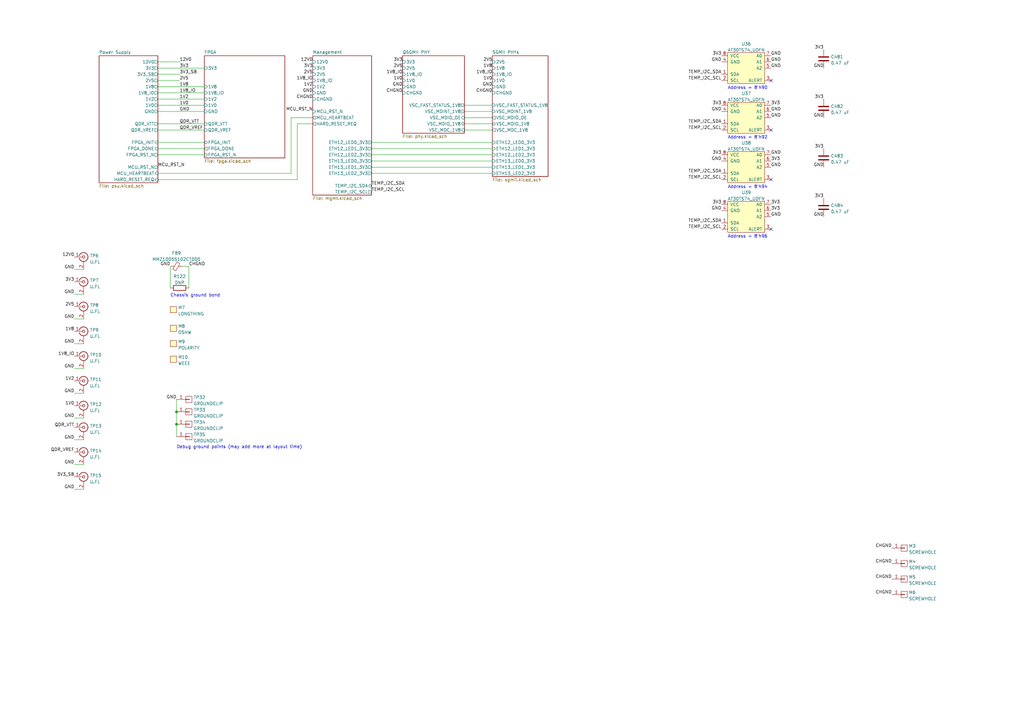
<source format=kicad_sch>
(kicad_sch (version 20211123) (generator eeschema)
  (paper "A3")
  (title_block (title "LATENTPINK - Top Level") (date "2023-06-01") (rev "0.1") (company "Antikernel Labs") (comment 1 "Andrew D. Zonenberg"))
  (lib_symbols
    (symbol "conn:CONN_01X01" (pin_names (offset 1.016) hide)
      (property "Reference" "J" (at 0 2.54 0))
      (property "Value" "CONN_01X01" (at 2.54 0 90))
      (symbol "CONN_01X01_0_1"
        (rectangle (start -1.27 0.127) (end 0.254 -0.127))
        (rectangle (start -1.27 1.27) (end 1.27 -1.27))
      )
      (symbol "CONN_01X01_1_1"
        (pin passive line (at -5.08 0 0) (length 3.81) (name "P1") (number "1"))
      )
    )
    (symbol "conn:CONN_COAXIAL" (pin_names (offset 1.016) hide)
      (property "Reference" "J" (at 0.254 3.048 0))
      (property "Value" "CONN_COAXIAL" (at 2.921 0 90))
      (symbol "CONN_COAXIAL_0_1"
        (arc (start -1.778 -0.508) (mid 0.2311 -1.8066) (end 1.778 0) (stroke (width 0.254)))
        (polyline (pts (xy -1.27 0) (xy -0.508 0)))
        (polyline (pts (xy 0 -2.54) (xy 0 -1.778)))
        (circle (center 0 0) (radius 0.508) (stroke (width 0.2032)))
        (arc (start 1.778 0) (mid 0.2099 1.8101) (end -1.778 0.508) (stroke (width 0.254)))
      )
      (symbol "CONN_COAXIAL_1_1"
        (pin passive line (at -3.81 0 0) (length 2.54) (name "In") (number "1"))
        (pin passive line (at 0 -5.08 90) (length 2.54) (name "Ext") (number "2"))
      )
    )
    (symbol "device:C" (pin_numbers hide) (pin_names (offset 0.254))
      (property "Reference" "C" (at 0.635 2.54 0))
      (property "Value" "C" (at 0.635 -2.54 0))
      (symbol "C_0_1"
        (polyline (pts (xy -2.032 -0.762) (xy 2.032 -0.762)) (stroke (width 0.508)))
        (polyline (pts (xy -2.032 0.762) (xy 2.032 0.762)) (stroke (width 0.508)))
      )
      (symbol "C_1_1"
        (pin passive line (at 0 3.81 270) (length 2.794) (name "~") (number "1"))
        (pin passive line (at 0 -3.81 90) (length 2.794) (name "~") (number "2"))
      )
    )
    (symbol "device:Ferrite_Bead_Small" (pin_numbers hide) (pin_names (offset 0))
      (property "Reference" "L" (at 1.905 1.27 0))
      (property "Value" "Ferrite_Bead_Small" (at 1.905 -1.27 0))
      (symbol "Ferrite_Bead_Small_0_1"
        (polyline (pts (xy 0 -1.27) (xy 0 -0.7874)))
        (polyline (pts (xy 0 0.889) (xy 0 1.2954)))
        (polyline (pts (xy -1.8288 0.2794) (xy -1.1176 1.4986) (xy 1.8288 -0.2032) (xy 1.1176 -1.4224) (xy -1.8288 0.2794)))
      )
      (symbol "Ferrite_Bead_Small_1_1"
        (pin passive line (at 0 2.54 270) (length 1.27) (name "~") (number "1"))
        (pin passive line (at 0 -2.54 90) (length 1.27) (name "~") (number "2"))
      )
    )
    (symbol "device:R" (pin_numbers hide) (pin_names (offset 0))
      (property "Reference" "R" (at 2.032 0 90))
      (property "Value" "R" (at 0 0 90))
      (symbol "R_0_1"
        (rectangle (start -1.016 -2.54) (end 1.016 2.54) (stroke (width 0.254)))
      )
      (symbol "R_1_1"
        (pin passive line (at 0 3.81 270) (length 1.27) (name "~") (number "1"))
        (pin passive line (at 0 -3.81 90) (length 1.27) (name "~") (number "2"))
      )
    )
    (symbol "special-azonenberg:AT30TS74_UDFN" (pin_names (offset 1.016))
      (property "Reference" "U" (at 0 -1.27 0))
      (property "Value" "AT30TS74_UDFN" (at 0 -3.81 0))
      (symbol "AT30TS74_UDFN_0_1"
        (rectangle (start 0 12.7) (end 15.24 0) (fill (type background)))
      )
      (symbol "AT30TS74_UDFN_1_1"
        (pin bidirectional line (at -2.54 3.81 0) (length 2.54) (name "SDA") (number "1"))
        (pin bidirectional line (at -2.54 1.27 0) (length 2.54) (name "SCL") (number "2"))
        (pin output line (at 17.78 1.27 180) (length 2.54) (name "ALERT") (number "3"))
        (pin power_in line (at -2.54 8.89 0) (length 2.54) (name "GND") (number "4"))
        (pin input line (at 17.78 6.35 180) (length 2.54) (name "A2") (number "5"))
        (pin input line (at 17.78 8.89 180) (length 2.54) (name "A1") (number "6"))
        (pin input line (at 17.78 11.43 180) (length 2.54) (name "A0") (number "7"))
        (pin power_in line (at -2.54 11.43 0) (length 2.54) (name "VCC") (number "8"))
      )
    )
    (symbol "special-azonenberg:MECHANICAL" (pin_names (offset 1.016))
      (property "Reference" "M" (at 0 -2.54 0))
      (property "Value" "MECHANICAL" (at 0 -5.08 0))
      (symbol "MECHANICAL_0_1"
        (rectangle (start 0 1.27) (end 2.54 -1.27) (fill (type background)))
      )
    )
  )
  (junction (at 72.39 173.99))
  (junction (at 72.39 168.91))
  (no_connect (at 316.23 93.98))
  (no_connect (at 316.23 33.02))
  (no_connect (at 316.23 73.66))
  (no_connect (at 316.23 53.34))
  (wire (pts (xy 64.77 63.5) (xy 83.82 63.5)))
  (wire (pts (xy 64.77 30.48) (xy 73.66 30.48)))
  (wire (pts (xy 190.5 45.72) (xy 201.93 45.72)))
  (wire (pts (xy 64.77 50.8) (xy 83.82 50.8)))
  (wire (pts (xy 64.77 53.34) (xy 83.82 53.34)))
  (wire (pts (xy 30.48 110.49) (xy 34.29 110.49)))
  (wire (pts (xy 64.77 73.66) (xy 121.92 73.66)))
  (wire (pts (xy 30.48 161.29) (xy 34.29 161.29)))
  (wire (pts (xy 64.77 71.12) (xy 119.38 71.12)))
  (wire (pts (xy 64.77 60.96) (xy 83.82 60.96)))
  (wire (pts (xy 190.5 48.26) (xy 201.93 48.26)))
  (wire (pts (xy 64.77 35.56) (xy 83.82 35.56)))
  (wire (pts (xy 119.38 48.26) (xy 128.27 48.26)))
  (wire (pts (xy 190.5 50.8) (xy 201.93 50.8)))
  (wire (pts (xy 74.93 109.22) (xy 77.47 109.22)))
  (wire (pts (xy 64.77 43.18) (xy 83.82 43.18)))
  (wire (pts (xy 121.92 50.8) (xy 128.27 50.8)))
  (wire (pts (xy 119.38 71.12) (xy 119.38 48.26)))
  (wire (pts (xy 152.4 71.12) (xy 201.93 71.12)))
  (wire (pts (xy 30.48 151.13) (xy 34.29 151.13)))
  (wire (pts (xy 190.5 53.34) (xy 201.93 53.34)))
  (wire (pts (xy 77.47 109.22) (xy 77.47 118.11)))
  (wire (pts (xy 152.4 63.5) (xy 201.93 63.5)))
  (wire (pts (xy 30.48 171.45) (xy 34.29 171.45)))
  (wire (pts (xy 152.4 60.96) (xy 201.93 60.96)))
  (wire (pts (xy 152.4 66.04) (xy 201.93 66.04)))
  (wire (pts (xy 30.48 200.66) (xy 34.29 200.66)))
  (wire (pts (xy 30.48 180.34) (xy 34.29 180.34)))
  (wire (pts (xy 69.85 109.22) (xy 69.85 118.11)))
  (wire (pts (xy 72.39 173.99) (xy 72.39 179.07)))
  (wire (pts (xy 30.48 190.5) (xy 34.29 190.5)))
  (wire (pts (xy 152.4 58.42) (xy 201.93 58.42)))
  (wire (pts (xy 64.77 58.42) (xy 83.82 58.42)))
  (wire (pts (xy 152.4 68.58) (xy 201.93 68.58)))
  (wire (pts (xy 64.77 27.94) (xy 83.82 27.94)))
  (wire (pts (xy 64.77 45.72) (xy 83.82 45.72)))
  (wire (pts (xy 64.77 40.64) (xy 83.82 40.64)))
  (wire (pts (xy 64.77 33.02) (xy 73.66 33.02)))
  (wire (pts (xy 121.92 73.66) (xy 121.92 50.8)))
  (wire (pts (xy 190.5 43.18) (xy 201.93 43.18)))
  (wire (pts (xy 30.48 140.97) (xy 34.29 140.97)))
  (wire (pts (xy 64.77 38.1) (xy 83.82 38.1)))
  (wire (pts (xy 72.39 168.91) (xy 72.39 173.99)))
  (wire (pts (xy 30.48 120.65) (xy 34.29 120.65)))
  (wire (pts (xy 30.48 130.81) (xy 34.29 130.81)))
  (wire (pts (xy 64.77 25.4) (xy 73.66 25.4)))
  (wire (pts (xy 72.39 163.83) (xy 72.39 168.91)))
  (text "Address = 8'h90" (at 298.45 36.83 0) (effects (font (size 1.27 1.27)) (justify left bottom)))
  (text "Chassis ground bond" (at 69.85 121.92 0) (effects (font (size 1.27 1.27)) (justify left bottom)))
  (text "Address = 8'h94" (at 298.45 77.47 0) (effects (font (size 1.27 1.27)) (justify left bottom)))
  (text "Address = 8'h92" (at 298.45 57.15 0) (effects (font (size 1.27 1.27)) (justify left bottom)))
  (text "Address = 8'h96" (at 298.45 97.79 0) (effects (font (size 1.27 1.27)) (justify left bottom)))
  (text "Debug ground points (may add more at layout time)" (at 72.39 184.15 0) (effects (font (size 1.27 1.27)) (justify left bottom)))
  (label "3V3" (at 295.91 83.82 180))
  (label "3V3" (at 337.82 20.32 180))
  (label "QDR_VREF" (at 30.48 185.42 180))
  (label "3V3" (at 316.23 86.36 0))
  (label "3V3" (at 337.82 81.28 180))
  (label "1V8" (at 73.66 35.56 0))
  (label "1V8_IO" (at 73.66 38.1 0))
  (label "TEMP_I2C_SCL" (at 295.91 93.98 180))
  (label "2V5" (at 30.48 125.73 180))
  (label "GND" (at 30.48 180.34 180))
  (label "2V5" (at 165.1 27.94 180))
  (label "3V3" (at 316.23 43.18 0))
  (label "3V3" (at 295.91 22.86 180))
  (label "3V3" (at 73.66 27.94 0))
  (label "CHGND" (at 365.76 224.79 180))
  (label "3V3" (at 165.1 25.4 180))
  (label "QDR_VTT" (at 30.48 175.26 180))
  (label "GND" (at 316.23 88.9 0))
  (label "1V8" (at 30.48 135.89 180))
  (label "GND" (at 30.48 110.49 180))
  (label "CHGND" (at 165.1 38.1 180))
  (label "3V3" (at 30.48 115.57 180))
  (label "GND" (at 295.91 25.4 180))
  (label "GND" (at 69.85 109.22 180))
  (label "3V3" (at 316.23 83.82 0))
  (label "1V0" (at 73.66 43.18 0))
  (label "TEMP_I2C_SCL" (at 295.91 33.02 180))
  (label "CHGND" (at 365.76 231.14 180))
  (label "QDR_VREF" (at 73.66 53.34 0))
  (label "TEMP_I2C_SCL" (at 295.91 73.66 180))
  (label "2V5" (at 73.66 33.02 0))
  (label "1V8_IO" (at 30.48 146.05 180))
  (label "3V3" (at 295.91 63.5 180))
  (label "GND" (at 30.48 171.45 180))
  (label "TEMP_I2C_SDA" (at 295.91 50.8 180))
  (label "CHGND" (at 201.93 38.1 180))
  (label "1V2" (at 30.48 156.21 180))
  (label "TEMP_I2C_SCL" (at 152.4 78.74 0))
  (label "3V3" (at 337.82 40.64 180))
  (label "CHGND" (at 365.76 237.49 180))
  (label "CHGND" (at 128.27 40.64 180))
  (label "GND" (at 30.48 200.66 180))
  (label "GND" (at 30.48 190.5 180))
  (label "GND" (at 337.82 88.9 180))
  (label "3V3" (at 316.23 66.04 0))
  (label "GND" (at 337.82 27.94 180))
  (label "GND" (at 316.23 68.58 0))
  (label "1V8_IO" (at 165.1 30.48 180))
  (label "1V8" (at 201.93 27.94 180))
  (label "1V8_IO" (at 128.27 33.02 180))
  (label "GND" (at 316.23 45.72 0))
  (label "GND" (at 72.39 163.83 180))
  (label "TEMP_I2C_SDA" (at 295.91 30.48 180))
  (label "TEMP_I2C_SDA" (at 295.91 71.12 180))
  (label "TEMP_I2C_SCL" (at 295.91 53.34 180))
  (label "CHGND" (at 365.76 243.84 180))
  (label "GND" (at 295.91 66.04 180))
  (label "TEMP_I2C_SDA" (at 295.91 91.44 180))
  (label "GND" (at 316.23 25.4 0))
  (label "GND" (at 73.66 45.72 0))
  (label "1V0" (at 165.1 33.02 180))
  (label "MCU_RST_N" (at 64.77 68.58 0))
  (label "3V3" (at 337.82 60.96 180))
  (label "GND" (at 295.91 45.72 180))
  (label "3V3_SB" (at 30.48 195.58 180))
  (label "MCU_RST_N" (at 128.27 45.72 180))
  (label "GND" (at 30.48 161.29 180))
  (label "GND" (at 316.23 63.5 0))
  (label "GND" (at 337.82 68.58 180))
  (label "GND" (at 337.82 48.26 180))
  (label "12V0" (at 128.27 25.4 180))
  (label "12V0" (at 30.48 105.41 180))
  (label "GND" (at 201.93 35.56 180))
  (label "3V3" (at 128.27 27.94 180))
  (label "GND" (at 316.23 27.94 0))
  (label "GND" (at 165.1 35.56 180))
  (label "GND" (at 128.27 38.1 180))
  (label "2V5" (at 128.27 30.48 180))
  (label "GND" (at 316.23 48.26 0))
  (label "TEMP_I2C_SDA" (at 152.4 76.2 0))
  (label "2V5" (at 201.93 25.4 180))
  (label "3V3_SB" (at 73.66 30.48 0))
  (label "1V2" (at 128.27 35.56 180))
  (label "1V0" (at 30.48 166.37 180))
  (label "3V3" (at 295.91 43.18 180))
  (label "1V8_IO" (at 201.93 30.48 180))
  (label "GND" (at 30.48 140.97 180))
  (label "GND" (at 295.91 86.36 180))
  (label "1V0" (at 201.93 33.02 180))
  (label "1V2" (at 73.66 40.64 0))
  (label "CHGND" (at 77.47 109.22 0))
  (label "GND" (at 316.23 22.86 0))
  (label "QDR_VTT" (at 73.66 50.8 0))
  (label "GND" (at 30.48 120.65 180))
  (label "12V0" (at 73.66 25.4 0))
  (label "GND" (at 30.48 151.13 180))
  (label "GND" (at 30.48 130.81 180))
  (symbol (lib_id "conn:CONN_COAXIAL") (at 34.29 175.26 0) (unit 1)
    (property "Reference" "TP13" (at 36.8301 174.7185 0) (effects (justify left)))
    (property "Value" "U.FL" (at 36.8301 177.2554 0) (effects (justify left)))
    (property "Footprint" "azonenberg_pcb:CONN_U.FL_TE_1909763-1" (effects hide))
  )
  (symbol (lib_id "conn:CONN_COAXIAL") (at 34.29 105.41 0) (unit 1)
    (property "Reference" "TP6" (at 36.8301 104.8685 0) (effects (justify left)))
    (property "Value" "U.FL" (at 36.8301 107.4054 0) (effects (justify left)))
    (property "Footprint" "azonenberg_pcb:CONN_U.FL_TE_1909763-1" (effects hide))
  )
  (symbol (lib_id "conn:CONN_01X01") (at 370.84 231.14 0) (unit 1)
    (property "Reference" "M4" (at 372.745 230.3053 0) (effects (justify left)))
    (property "Value" "SCREWHOLE" (at 372.745 232.8422 0) (effects (justify left)))
    (property "Footprint" "azonenberg_pcb:MECHANICAL_CLEARANCEHOLE_4_40" (effects hide))
  )
  (symbol (lib_id "conn:CONN_COAXIAL") (at 34.29 166.37 0) (unit 1)
    (property "Reference" "TP12" (at 36.8301 165.8285 0) (effects (justify left)))
    (property "Value" "U.FL" (at 36.8301 168.3654 0) (effects (justify left)))
    (property "Footprint" "azonenberg_pcb:CONN_U.FL_TE_1909763-1" (effects hide))
  )
  (symbol (lib_id "special-azonenberg:AT30TS74_UDFN") (at 298.45 34.29 0) (unit 1)
    (property "Reference" "U36" (at 306.07 18.0172 0))
    (property "Value" "AT30TS74_UDFN" (at 306.07 20.5541 0))
    (property "Footprint" "azonenberg_pcb:DFN_8_0.5MM_2x3MM_TALL" (effects hide))
  )
  (symbol (lib_id "conn:CONN_COAXIAL") (at 34.29 125.73 0) (unit 1)
    (property "Reference" "TP8" (at 36.8301 125.1885 0) (effects (justify left)))
    (property "Value" "U.FL" (at 36.8301 127.7254 0) (effects (justify left)))
    (property "Footprint" "azonenberg_pcb:CONN_U.FL_TE_1909763-1" (effects hide))
  )
  (symbol (lib_id "device:C") (at 337.82 64.77 0) (unit 1)
    (property "Reference" "C483" (at 340.741 63.9353 0) (effects (justify left)))
    (property "Value" "0.47 uF" (at 340.741 66.4722 0) (effects (justify left)))
    (property "Footprint" "azonenberg_pcb:EIA_0402_CAP_NOSILK" (effects hide))
  )
  (symbol (lib_id "conn:CONN_COAXIAL") (at 34.29 195.58 0) (unit 1)
    (property "Reference" "TP15" (at 36.8301 195.0385 0) (effects (justify left)))
    (property "Value" "U.FL" (at 36.8301 197.5754 0) (effects (justify left)))
    (property "Footprint" "azonenberg_pcb:CONN_U.FL_TE_1909763-1" (effects hide))
  )
  (symbol (lib_id "special-azonenberg:AT30TS74_UDFN") (at 298.45 54.61 0) (unit 1)
    (property "Reference" "U37" (at 306.07 38.3372 0))
    (property "Value" "AT30TS74_UDFN" (at 306.07 40.8741 0))
    (property "Footprint" "azonenberg_pcb:DFN_8_0.5MM_2x3MM_TALL" (effects hide))
  )
  (symbol (lib_id "special-azonenberg:MECHANICAL") (at 69.85 147.32 0) (unit 1)
    (property "Reference" "M10" (at 73.025 146.4853 0) (effects (justify left)))
    (property "Value" "WEEE" (at 73.025 149.0222 0) (effects (justify left)))
    (property "Footprint" "w_logo:Logo_silk_WEEE_3.4x5mm" (effects hide))
  )
  (symbol (lib_id "device:C") (at 337.82 85.09 0) (unit 1)
    (property "Reference" "C484" (at 340.741 84.2553 0) (effects (justify left)))
    (property "Value" "0.47 uF" (at 340.741 86.7922 0) (effects (justify left)))
    (property "Footprint" "azonenberg_pcb:EIA_0402_CAP_NOSILK" (effects hide))
  )
  (symbol (lib_id "special-azonenberg:AT30TS74_UDFN") (at 298.45 74.93 0) (unit 1)
    (property "Reference" "U38" (at 306.07 58.6572 0))
    (property "Value" "AT30TS74_UDFN" (at 306.07 61.1941 0))
    (property "Footprint" "azonenberg_pcb:DFN_8_0.5MM_2x3MM_TALL" (effects hide))
  )
  (symbol (lib_id "special-azonenberg:MECHANICAL") (at 69.85 127 0) (unit 1)
    (property "Reference" "M7" (at 73.025 126.1653 0) (effects (justify left)))
    (property "Value" "LONGTHING" (at 73.025 128.7022 0) (effects (justify left)))
    (property "Footprint" "azonenberg_pcb:LONGTHING-1200DPI" (effects hide))
  )
  (symbol (lib_id "conn:CONN_01X01") (at 77.47 168.91 0) (unit 1)
    (property "Reference" "TP33" (at 79.375 168.0753 0) (effects (justify left)))
    (property "Value" "GROUNDCLIP" (at 79.375 170.6122 0) (effects (justify left)))
    (property "Footprint" "azonenberg_pcb:TESTPOINT_SMT_KEYSTONE_5016" (effects hide))
  )
  (symbol (lib_id "device:C") (at 337.82 44.45 0) (unit 1)
    (property "Reference" "C482" (at 340.741 43.6153 0) (effects (justify left)))
    (property "Value" "0.47 uF" (at 340.741 46.1522 0) (effects (justify left)))
    (property "Footprint" "azonenberg_pcb:EIA_0402_CAP_NOSILK" (effects hide))
  )
  (symbol (lib_id "device:C") (at 337.82 24.13 0) (unit 1)
    (property "Reference" "C481" (at 340.741 23.2953 0) (effects (justify left)))
    (property "Value" "0.47 uF" (at 340.741 25.8322 0) (effects (justify left)))
    (property "Footprint" "azonenberg_pcb:EIA_0402_CAP_NOSILK" (effects hide))
  )
  (symbol (lib_id "conn:CONN_COAXIAL") (at 34.29 156.21 0) (unit 1)
    (property "Reference" "TP11" (at 36.8301 155.6685 0) (effects (justify left)))
    (property "Value" "U.FL" (at 36.8301 158.2054 0) (effects (justify left)))
    (property "Footprint" "azonenberg_pcb:CONN_U.FL_TE_1909763-1" (effects hide))
  )
  (symbol (lib_id "conn:CONN_01X01") (at 77.47 173.99 0) (unit 1)
    (property "Reference" "TP34" (at 79.375 173.1553 0) (effects (justify left)))
    (property "Value" "GROUNDCLIP" (at 79.375 175.6922 0) (effects (justify left)))
    (property "Footprint" "azonenberg_pcb:TESTPOINT_SMT_KEYSTONE_5016" (effects hide))
  )
  (symbol (lib_id "conn:CONN_01X01") (at 77.47 163.83 0) (unit 1)
    (property "Reference" "TP32" (at 79.375 162.9953 0) (effects (justify left)))
    (property "Value" "GROUNDCLIP" (at 79.375 165.5322 0) (effects (justify left)))
    (property "Footprint" "azonenberg_pcb:TESTPOINT_SMT_KEYSTONE_5016" (effects hide))
  )
  (symbol (lib_id "device:Ferrite_Bead_Small") (at 72.39 109.22 90) (unit 1)
    (property "Reference" "FB9" (at 72.3519 103.8184 90))
    (property "Value" "MMZ1005S102CT000" (at 72.3519 106.3553 90))
    (property "Footprint" "azonenberg_pcb:EIA_0402_CAP_NOSILK" (effects hide))
  )
  (symbol (lib_id "special-azonenberg:MECHANICAL") (at 69.85 134.62 0) (unit 1)
    (property "Reference" "M8" (at 73.025 133.7853 0) (effects (justify left)))
    (property "Value" "OSHW" (at 73.025 136.3222 0) (effects (justify left)))
    (property "Footprint" "w_logo:Logo_silk_OSHW_6x6mm" (effects hide))
  )
  (symbol (lib_id "special-azonenberg:MECHANICAL") (at 69.85 140.97 0) (unit 1)
    (property "Reference" "M9" (at 73.025 140.1353 0) (effects (justify left)))
    (property "Value" "POLARITY" (at 73.025 142.6722 0) (effects (justify left)))
    (property "Footprint" "w_logo:Logo_silk_polarity_center_5x1.4mm" (effects hide))
  )
  (symbol (lib_id "conn:CONN_COAXIAL") (at 34.29 135.89 0) (unit 1)
    (property "Reference" "TP9" (at 36.8301 135.3485 0) (effects (justify left)))
    (property "Value" "U.FL" (at 36.8301 137.8854 0) (effects (justify left)))
    (property "Footprint" "azonenberg_pcb:CONN_U.FL_TE_1909763-1" (effects hide))
  )
  (symbol (lib_id "device:R") (at 73.66 118.11 90) (unit 1)
    (property "Reference" "R122" (at 73.66 113.3942 90))
    (property "Value" "DNP" (at 73.66 115.9311 90))
    (property "Footprint" "azonenberg_pcb:EIA_1206_CAP_NOSILK" (effects hide))
  )
  (symbol (lib_id "conn:CONN_01X01") (at 77.47 179.07 0) (unit 1)
    (property "Reference" "TP35" (at 79.375 178.2353 0) (effects (justify left)))
    (property "Value" "GROUNDCLIP" (at 79.375 180.7722 0) (effects (justify left)))
    (property "Footprint" "azonenberg_pcb:TESTPOINT_SMT_KEYSTONE_5016" (effects hide))
  )
  (symbol (lib_id "conn:CONN_COAXIAL") (at 34.29 185.42 0) (unit 1)
    (property "Reference" "TP14" (at 36.8301 184.8785 0) (effects (justify left)))
    (property "Value" "U.FL" (at 36.8301 187.4154 0) (effects (justify left)))
    (property "Footprint" "azonenberg_pcb:CONN_U.FL_TE_1909763-1" (effects hide))
  )
  (symbol (lib_id "conn:CONN_01X01") (at 370.84 237.49 0) (unit 1)
    (property "Reference" "M5" (at 372.745 236.6553 0) (effects (justify left)))
    (property "Value" "SCREWHOLE" (at 372.745 239.1922 0) (effects (justify left)))
    (property "Footprint" "azonenberg_pcb:MECHANICAL_CLEARANCEHOLE_4_40" (effects hide))
  )
  (symbol (lib_id "conn:CONN_COAXIAL") (at 34.29 115.57 0) (unit 1)
    (property "Reference" "TP7" (at 36.8301 115.0285 0) (effects (justify left)))
    (property "Value" "U.FL" (at 36.8301 117.5654 0) (effects (justify left)))
    (property "Footprint" "azonenberg_pcb:CONN_U.FL_TE_1909763-1" (effects hide))
  )
  (symbol (lib_id "conn:CONN_01X01") (at 370.84 243.84 0) (unit 1)
    (property "Reference" "M6" (at 372.745 243.0053 0) (effects (justify left)))
    (property "Value" "SCREWHOLE" (at 372.745 245.5422 0) (effects (justify left)))
    (property "Footprint" "azonenberg_pcb:MECHANICAL_CLEARANCEHOLE_4_40" (effects hide))
  )
  (symbol (lib_id "conn:CONN_COAXIAL") (at 34.29 146.05 0) (unit 1)
    (property "Reference" "TP10" (at 36.8301 145.5085 0) (effects (justify left)))
    (property "Value" "U.FL" (at 36.8301 148.0454 0) (effects (justify left)))
    (property "Footprint" "azonenberg_pcb:CONN_U.FL_TE_1909763-1" (effects hide))
  )
  (symbol (lib_id "conn:CONN_01X01") (at 370.84 224.79 0) (unit 1)
    (property "Reference" "M3" (at 372.745 223.9553 0) (effects (justify left)))
    (property "Value" "SCREWHOLE" (at 372.745 226.4922 0) (effects (justify left)))
    (property "Footprint" "azonenberg_pcb:MECHANICAL_CLEARANCEHOLE_4_40" (effects hide))
  )
  (symbol (lib_id "special-azonenberg:AT30TS74_UDFN") (at 298.45 95.25 0) (unit 1)
    (property "Reference" "U39" (at 306.07 78.9772 0))
    (property "Value" "AT30TS74_UDFN" (at 306.07 81.5141 0))
    (property "Footprint" "azonenberg_pcb:DFN_8_0.5MM_2x3MM_TALL" (effects hide))
  )
  (sheet (at 128.27 22.86) (size 24.13 57.15) (stroke (width 0.1524))
    (property "Sheet name" "Management" (at 128.27 22.1484 0) (effects (justify left bottom)))
    (property "Sheet file" "mgmt.kicad_sch" (at 128.27 80.5946 0) (effects (justify left top)))
    (pin "12V0" input (at 128.27 25.4 180))
    (pin "GND" input (at 128.27 38.1 180))
    (pin "3V3" input (at 128.27 27.94 180))
    (pin "2V5" input (at 128.27 30.48 180))
    (pin "1V2" input (at 128.27 35.56 180))
    (pin "MCU_RST_N" input (at 128.27 45.72 180))
    (pin "1V8_IO" input (at 128.27 33.02 180))
    (pin "CHGND" input (at 128.27 40.64 180))
    (pin "MCU_HEARTBEAT" output (at 128.27 48.26 180))
    (pin "HARD_RESET_REQ" output (at 128.27 50.8 180))
    (pin "ETH12_LED0_3V3" output (at 152.4 58.42 0))
    (pin "ETH12_LED1_3V3" output (at 152.4 60.96 0))
    (pin "ETH12_LED2_3V3" output (at 152.4 63.5 0))
    (pin "ETH13_LED1_3V3" output (at 152.4 68.58 0))
    (pin "ETH13_LED0_3V3" output (at 152.4 66.04 0))
    (pin "ETH13_LED2_3V3" output (at 152.4 71.12 0))
    (pin "TEMP_I2C_SDA" bidirectional (at 152.4 76.2 0))
    (pin "TEMP_I2C_SCL" output (at 152.4 78.74 0))
  )
  (sheet (at 201.93 22.86) (size 22.86 49.53) (stroke (width 0.1524))
    (property "Sheet name" "SGMII PHYs" (at 201.93 22.1484 0) (effects (justify left bottom)))
    (property "Sheet file" "sgmii.kicad_sch" (at 201.93 72.9746 0) (effects (justify left top)))
    (pin "2V5" input (at 201.93 25.4 180))
    (pin "1V0" input (at 201.93 33.02 180))
    (pin "1V8" input (at 201.93 27.94 180))
    (pin "GND" input (at 201.93 35.56 180))
    (pin "CHGND" input (at 201.93 38.1 180))
    (pin "1V8_IO" input (at 201.93 30.48 180))
    (pin "VSC_FAST_STATUS_1V8" input (at 201.93 43.18 180))
    (pin "VSC_MDINT_1V8" input (at 201.93 45.72 180))
    (pin "VSC_MDIO_1V8" bidirectional (at 201.93 50.8 180))
    (pin "VSC_MDC_1V8" output (at 201.93 53.34 180))
    (pin "VSC_MDIO_OE" output (at 201.93 48.26 180))
    (pin "ETH13_LED0_3V3" input (at 201.93 66.04 180))
    (pin "ETH13_LED1_3V3" input (at 201.93 68.58 180))
    (pin "ETH12_LED1_3V3" input (at 201.93 60.96 180))
    (pin "ETH12_LED0_3V3" input (at 201.93 58.42 180))
    (pin "ETH13_LED2_3V3" input (at 201.93 71.12 180))
    (pin "ETH12_LED2_3V3" input (at 201.93 63.5 180))
  )
  (sheet (at 83.82 22.86) (size 33.02 41.91) (stroke (width 0.1524))
    (property "Sheet name" "FPGA" (at 83.82 22.1484 0) (effects (justify left bottom)))
    (property "Sheet file" "fpga.kicad_sch" (at 83.82 65.3546 0) (effects (justify left top)))
    (pin "3V3" input (at 83.82 27.94 180))
    (pin "GND" input (at 83.82 45.72 180))
    (pin "1V8" input (at 83.82 35.56 180))
    (pin "1V0" input (at 83.82 43.18 180))
    (pin "1V2" input (at 83.82 40.64 180))
    (pin "1V8_IO" input (at 83.82 38.1 180))
    (pin "QDR_VREF" input (at 83.82 53.34 180))
    (pin "QDR_VTT" input (at 83.82 50.8 180))
    (pin "FPGA_RST_N" input (at 83.82 63.5 180))
    (pin "FPGA_DONE" output (at 83.82 60.96 180))
    (pin "FPGA_INIT" bidirectional (at 83.82 58.42 180))
  )
  (sheet (at 40.64 22.86) (size 24.13 52.07) (stroke (width 0.1524))
    (property "Sheet name" "Power Supply" (at 40.64 22.1484 0) (effects (justify left bottom)))
    (property "Sheet file" "psu.kicad_sch" (at 40.64 75.5146 0) (effects (justify left top)))
    (pin "GND" output (at 64.77 45.72 0))
    (pin "1V0" output (at 64.77 43.18 0))
    (pin "12V0" output (at 64.77 25.4 0))
    (pin "HARD_RESET_REQ" input (at 64.77 73.66 0))
    (pin "MCU_RST_N" output (at 64.77 68.58 0))
    (pin "FPGA_RST_N" output (at 64.77 63.5 0))
    (pin "FPGA_DONE" input (at 64.77 60.96 0))
    (pin "FPGA_INIT" input (at 64.77 58.42 0))
    (pin "MCU_HEARTBEAT" input (at 64.77 71.12 0))
    (pin "1V2" output (at 64.77 40.64 0))
    (pin "2V5" output (at 64.77 33.02 0))
    (pin "3V3" output (at 64.77 27.94 0))
    (pin "1V8" output (at 64.77 35.56 0))
    (pin "1V8_IO" output (at 64.77 38.1 0))
    (pin "QDR_VTT" output (at 64.77 50.8 0))
    (pin "QDR_VREF" output (at 64.77 53.34 0))
    (pin "3V3_SB" output (at 64.77 30.48 0))
  )
  (sheet (at 165.1 22.86) (size 25.4 31.75) (stroke (width 0.1524))
    (property "Sheet name" "QSGMII PHY" (at 165.1 22.1484 0) (effects (justify left bottom)))
    (property "Sheet file" "phy.kicad_sch" (at 165.1 55.1946 0) (effects (justify left top)))
    (pin "2V5" input (at 165.1 27.94 180))
    (pin "1V0" input (at 165.1 33.02 180))
    (pin "GND" input (at 165.1 35.56 180))
    (pin "3V3" input (at 165.1 25.4 180))
    (pin "CHGND" input (at 165.1 38.1 180))
    (pin "VSC_FAST_STATUS_1V8" output (at 190.5 43.18 0))
    (pin "VSC_MDINT_1V8" output (at 190.5 45.72 0))
    (pin "VSC_MDIO_OE" input (at 190.5 48.26 0))
    (pin "VSC_MDIO_1V8" bidirectional (at 190.5 50.8 0))
    (pin "VSC_MDC_1V8" input (at 190.5 53.34 0))
    (pin "1V8_IO" input (at 165.1 30.48 180))
  )
)
</source>
